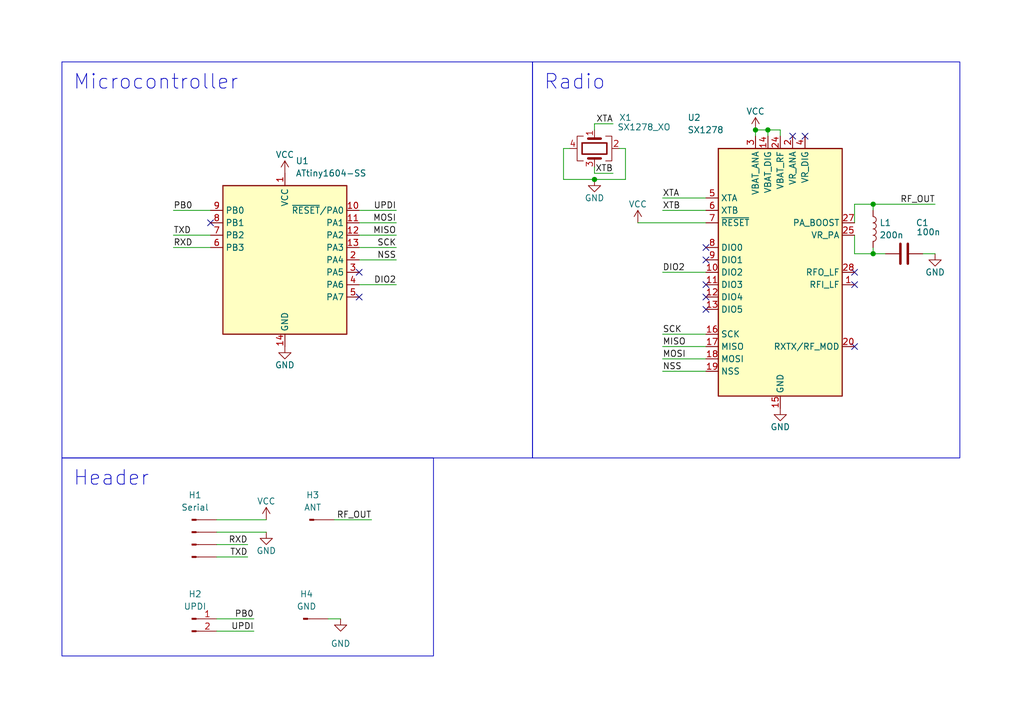
<source format=kicad_sch>
(kicad_sch (version 20230121) (generator eeschema)

  (uuid 1c0229dd-e161-4eae-8f77-051970adcad2)

  (paper "A5")

  (title_block
    (title "Minimal APRS TX")
    (date "2023-09-01")
    (rev "1.0")
    (company "DL9AS / Amon Schumann")
  )

  (lib_symbols
    (symbol "Conn_01x01_Pin_1" (pin_numbers hide) (pin_names (offset 1.016) hide) (in_bom yes) (on_board yes)
      (property "Reference" "J" (at 0 2.54 0)
        (effects (font (size 1.27 1.27)))
      )
      (property "Value" "Conn_01x01_Pin" (at 0 -2.54 0)
        (effects (font (size 1.27 1.27)))
      )
      (property "Footprint" "" (at 0 0 0)
        (effects (font (size 1.27 1.27)) hide)
      )
      (property "Datasheet" "~" (at 0 0 0)
        (effects (font (size 1.27 1.27)) hide)
      )
      (property "ki_locked" "" (at 0 0 0)
        (effects (font (size 1.27 1.27)))
      )
      (property "ki_keywords" "connector" (at 0 0 0)
        (effects (font (size 1.27 1.27)) hide)
      )
      (property "ki_description" "Generic connector, single row, 01x01, script generated" (at 0 0 0)
        (effects (font (size 1.27 1.27)) hide)
      )
      (property "ki_fp_filters" "Connector*:*_1x??_*" (at 0 0 0)
        (effects (font (size 1.27 1.27)) hide)
      )
      (symbol "Conn_01x01_Pin_1_1_1"
        (polyline
          (pts
            (xy 1.27 0)
            (xy 0.8636 0)
          )
          (stroke (width 0.1524) (type default))
          (fill (type none))
        )
        (rectangle (start 0.8636 0.127) (end 0 -0.127)
          (stroke (width 0.1524) (type default))
          (fill (type outline))
        )
        (pin passive line (at 5.08 0 180) (length 3.81)
          (name "Pin_1" (effects (font (size 1.27 1.27))))
          (number "1" (effects (font (size 1.27 1.27))))
        )
      )
    )
    (symbol "Connector:Conn_01x01_Pin" (pin_numbers hide) (pin_names (offset 1.016) hide) (in_bom yes) (on_board yes)
      (property "Reference" "J" (at 0 2.54 0)
        (effects (font (size 1.27 1.27)))
      )
      (property "Value" "Conn_01x01_Pin" (at 0 -2.54 0)
        (effects (font (size 1.27 1.27)))
      )
      (property "Footprint" "" (at 0 0 0)
        (effects (font (size 1.27 1.27)) hide)
      )
      (property "Datasheet" "~" (at 0 0 0)
        (effects (font (size 1.27 1.27)) hide)
      )
      (property "ki_locked" "" (at 0 0 0)
        (effects (font (size 1.27 1.27)))
      )
      (property "ki_keywords" "connector" (at 0 0 0)
        (effects (font (size 1.27 1.27)) hide)
      )
      (property "ki_description" "Generic connector, single row, 01x01, script generated" (at 0 0 0)
        (effects (font (size 1.27 1.27)) hide)
      )
      (property "ki_fp_filters" "Connector*:*_1x??_*" (at 0 0 0)
        (effects (font (size 1.27 1.27)) hide)
      )
      (symbol "Conn_01x01_Pin_1_1"
        (polyline
          (pts
            (xy 1.27 0)
            (xy 0.8636 0)
          )
          (stroke (width 0.1524) (type default))
          (fill (type none))
        )
        (rectangle (start 0.8636 0.127) (end 0 -0.127)
          (stroke (width 0.1524) (type default))
          (fill (type outline))
        )
        (pin passive line (at 5.08 0 180) (length 3.81)
          (name "Pin_1" (effects (font (size 1.27 1.27))))
          (number "1" (effects (font (size 1.27 1.27))))
        )
      )
    )
    (symbol "Connector:Conn_01x02_Pin" (pin_names (offset 1.016) hide) (in_bom yes) (on_board yes)
      (property "Reference" "J" (at 0 2.54 0)
        (effects (font (size 1.27 1.27)))
      )
      (property "Value" "Conn_01x02_Pin" (at 0 -5.08 0)
        (effects (font (size 1.27 1.27)))
      )
      (property "Footprint" "" (at 0 0 0)
        (effects (font (size 1.27 1.27)) hide)
      )
      (property "Datasheet" "~" (at 0 0 0)
        (effects (font (size 1.27 1.27)) hide)
      )
      (property "ki_locked" "" (at 0 0 0)
        (effects (font (size 1.27 1.27)))
      )
      (property "ki_keywords" "connector" (at 0 0 0)
        (effects (font (size 1.27 1.27)) hide)
      )
      (property "ki_description" "Generic connector, single row, 01x02, script generated" (at 0 0 0)
        (effects (font (size 1.27 1.27)) hide)
      )
      (property "ki_fp_filters" "Connector*:*_1x??_*" (at 0 0 0)
        (effects (font (size 1.27 1.27)) hide)
      )
      (symbol "Conn_01x02_Pin_1_1"
        (polyline
          (pts
            (xy 1.27 -2.54)
            (xy 0.8636 -2.54)
          )
          (stroke (width 0.1524) (type default))
          (fill (type none))
        )
        (polyline
          (pts
            (xy 1.27 0)
            (xy 0.8636 0)
          )
          (stroke (width 0.1524) (type default))
          (fill (type none))
        )
        (rectangle (start 0.8636 -2.413) (end 0 -2.667)
          (stroke (width 0.1524) (type default))
          (fill (type outline))
        )
        (rectangle (start 0.8636 0.127) (end 0 -0.127)
          (stroke (width 0.1524) (type default))
          (fill (type outline))
        )
        (pin passive line (at 5.08 0 180) (length 3.81)
          (name "Pin_1" (effects (font (size 1.27 1.27))))
          (number "1" (effects (font (size 1.27 1.27))))
        )
        (pin passive line (at 5.08 -2.54 180) (length 3.81)
          (name "Pin_2" (effects (font (size 1.27 1.27))))
          (number "2" (effects (font (size 1.27 1.27))))
        )
      )
    )
    (symbol "Connector:Conn_01x04_Pin" (pin_numbers hide) (pin_names (offset 1.016) hide) (in_bom yes) (on_board yes)
      (property "Reference" "J" (at 0 5.08 0)
        (effects (font (size 1.27 1.27)))
      )
      (property "Value" "Conn_01x04_Pin" (at 0 -7.62 0)
        (effects (font (size 1.27 1.27)))
      )
      (property "Footprint" "" (at 0 0 0)
        (effects (font (size 1.27 1.27)) hide)
      )
      (property "Datasheet" "~" (at 0 0 0)
        (effects (font (size 1.27 1.27)) hide)
      )
      (property "ki_locked" "" (at 0 0 0)
        (effects (font (size 1.27 1.27)))
      )
      (property "ki_keywords" "connector" (at 0 0 0)
        (effects (font (size 1.27 1.27)) hide)
      )
      (property "ki_description" "Generic connector, single row, 01x04, script generated" (at 0 0 0)
        (effects (font (size 1.27 1.27)) hide)
      )
      (property "ki_fp_filters" "Connector*:*_1x??_*" (at 0 0 0)
        (effects (font (size 1.27 1.27)) hide)
      )
      (symbol "Conn_01x04_Pin_1_1"
        (polyline
          (pts
            (xy 1.27 -5.08)
            (xy 0.8636 -5.08)
          )
          (stroke (width 0.1524) (type default))
          (fill (type none))
        )
        (polyline
          (pts
            (xy 1.27 -2.54)
            (xy 0.8636 -2.54)
          )
          (stroke (width 0.1524) (type default))
          (fill (type none))
        )
        (polyline
          (pts
            (xy 1.27 0)
            (xy 0.8636 0)
          )
          (stroke (width 0.1524) (type default))
          (fill (type none))
        )
        (polyline
          (pts
            (xy 1.27 2.54)
            (xy 0.8636 2.54)
          )
          (stroke (width 0.1524) (type default))
          (fill (type none))
        )
        (rectangle (start 0.8636 -4.953) (end 0 -5.207)
          (stroke (width 0.1524) (type default))
          (fill (type outline))
        )
        (rectangle (start 0.8636 -2.413) (end 0 -2.667)
          (stroke (width 0.1524) (type default))
          (fill (type outline))
        )
        (rectangle (start 0.8636 0.127) (end 0 -0.127)
          (stroke (width 0.1524) (type default))
          (fill (type outline))
        )
        (rectangle (start 0.8636 2.667) (end 0 2.413)
          (stroke (width 0.1524) (type default))
          (fill (type outline))
        )
        (pin passive line (at 5.08 2.54 180) (length 3.81)
          (name "Pin_1" (effects (font (size 1.27 1.27))))
          (number "1" (effects (font (size 1.27 1.27))))
        )
        (pin passive line (at 5.08 0 180) (length 3.81)
          (name "Pin_2" (effects (font (size 1.27 1.27))))
          (number "2" (effects (font (size 1.27 1.27))))
        )
        (pin passive line (at 5.08 -2.54 180) (length 3.81)
          (name "Pin_3" (effects (font (size 1.27 1.27))))
          (number "3" (effects (font (size 1.27 1.27))))
        )
        (pin passive line (at 5.08 -5.08 180) (length 3.81)
          (name "Pin_4" (effects (font (size 1.27 1.27))))
          (number "4" (effects (font (size 1.27 1.27))))
        )
      )
    )
    (symbol "Device:C" (pin_numbers hide) (pin_names (offset 0.254)) (in_bom yes) (on_board yes)
      (property "Reference" "C" (at 0.635 2.54 0)
        (effects (font (size 1.27 1.27)) (justify left))
      )
      (property "Value" "C" (at 0.635 -2.54 0)
        (effects (font (size 1.27 1.27)) (justify left))
      )
      (property "Footprint" "" (at 0.9652 -3.81 0)
        (effects (font (size 1.27 1.27)) hide)
      )
      (property "Datasheet" "~" (at 0 0 0)
        (effects (font (size 1.27 1.27)) hide)
      )
      (property "ki_keywords" "cap capacitor" (at 0 0 0)
        (effects (font (size 1.27 1.27)) hide)
      )
      (property "ki_description" "Unpolarized capacitor" (at 0 0 0)
        (effects (font (size 1.27 1.27)) hide)
      )
      (property "ki_fp_filters" "C_*" (at 0 0 0)
        (effects (font (size 1.27 1.27)) hide)
      )
      (symbol "C_0_1"
        (polyline
          (pts
            (xy -2.032 -0.762)
            (xy 2.032 -0.762)
          )
          (stroke (width 0.508) (type default))
          (fill (type none))
        )
        (polyline
          (pts
            (xy -2.032 0.762)
            (xy 2.032 0.762)
          )
          (stroke (width 0.508) (type default))
          (fill (type none))
        )
      )
      (symbol "C_1_1"
        (pin passive line (at 0 3.81 270) (length 2.794)
          (name "~" (effects (font (size 1.27 1.27))))
          (number "1" (effects (font (size 1.27 1.27))))
        )
        (pin passive line (at 0 -3.81 90) (length 2.794)
          (name "~" (effects (font (size 1.27 1.27))))
          (number "2" (effects (font (size 1.27 1.27))))
        )
      )
    )
    (symbol "Device:Crystal_GND24" (pin_names (offset 1.016) hide) (in_bom yes) (on_board yes)
      (property "Reference" "Y" (at 3.175 5.08 0)
        (effects (font (size 1.27 1.27)) (justify left))
      )
      (property "Value" "Crystal_GND24" (at 3.175 3.175 0)
        (effects (font (size 1.27 1.27)) (justify left))
      )
      (property "Footprint" "" (at 0 0 0)
        (effects (font (size 1.27 1.27)) hide)
      )
      (property "Datasheet" "~" (at 0 0 0)
        (effects (font (size 1.27 1.27)) hide)
      )
      (property "ki_keywords" "quartz ceramic resonator oscillator" (at 0 0 0)
        (effects (font (size 1.27 1.27)) hide)
      )
      (property "ki_description" "Four pin crystal, GND on pins 2 and 4" (at 0 0 0)
        (effects (font (size 1.27 1.27)) hide)
      )
      (property "ki_fp_filters" "Crystal*" (at 0 0 0)
        (effects (font (size 1.27 1.27)) hide)
      )
      (symbol "Crystal_GND24_0_1"
        (rectangle (start -1.143 2.54) (end 1.143 -2.54)
          (stroke (width 0.3048) (type default))
          (fill (type none))
        )
        (polyline
          (pts
            (xy -2.54 0)
            (xy -2.032 0)
          )
          (stroke (width 0) (type default))
          (fill (type none))
        )
        (polyline
          (pts
            (xy -2.032 -1.27)
            (xy -2.032 1.27)
          )
          (stroke (width 0.508) (type default))
          (fill (type none))
        )
        (polyline
          (pts
            (xy 0 -3.81)
            (xy 0 -3.556)
          )
          (stroke (width 0) (type default))
          (fill (type none))
        )
        (polyline
          (pts
            (xy 0 3.556)
            (xy 0 3.81)
          )
          (stroke (width 0) (type default))
          (fill (type none))
        )
        (polyline
          (pts
            (xy 2.032 -1.27)
            (xy 2.032 1.27)
          )
          (stroke (width 0.508) (type default))
          (fill (type none))
        )
        (polyline
          (pts
            (xy 2.032 0)
            (xy 2.54 0)
          )
          (stroke (width 0) (type default))
          (fill (type none))
        )
        (polyline
          (pts
            (xy -2.54 -2.286)
            (xy -2.54 -3.556)
            (xy 2.54 -3.556)
            (xy 2.54 -2.286)
          )
          (stroke (width 0) (type default))
          (fill (type none))
        )
        (polyline
          (pts
            (xy -2.54 2.286)
            (xy -2.54 3.556)
            (xy 2.54 3.556)
            (xy 2.54 2.286)
          )
          (stroke (width 0) (type default))
          (fill (type none))
        )
      )
      (symbol "Crystal_GND24_1_1"
        (pin passive line (at -3.81 0 0) (length 1.27)
          (name "1" (effects (font (size 1.27 1.27))))
          (number "1" (effects (font (size 1.27 1.27))))
        )
        (pin passive line (at 0 5.08 270) (length 1.27)
          (name "2" (effects (font (size 1.27 1.27))))
          (number "2" (effects (font (size 1.27 1.27))))
        )
        (pin passive line (at 3.81 0 180) (length 1.27)
          (name "3" (effects (font (size 1.27 1.27))))
          (number "3" (effects (font (size 1.27 1.27))))
        )
        (pin passive line (at 0 -5.08 90) (length 1.27)
          (name "4" (effects (font (size 1.27 1.27))))
          (number "4" (effects (font (size 1.27 1.27))))
        )
      )
    )
    (symbol "Device:L" (pin_numbers hide) (pin_names (offset 1.016) hide) (in_bom yes) (on_board yes)
      (property "Reference" "L" (at -1.27 0 90)
        (effects (font (size 1.27 1.27)))
      )
      (property "Value" "L" (at 1.905 0 90)
        (effects (font (size 1.27 1.27)))
      )
      (property "Footprint" "" (at 0 0 0)
        (effects (font (size 1.27 1.27)) hide)
      )
      (property "Datasheet" "~" (at 0 0 0)
        (effects (font (size 1.27 1.27)) hide)
      )
      (property "ki_keywords" "inductor choke coil reactor magnetic" (at 0 0 0)
        (effects (font (size 1.27 1.27)) hide)
      )
      (property "ki_description" "Inductor" (at 0 0 0)
        (effects (font (size 1.27 1.27)) hide)
      )
      (property "ki_fp_filters" "Choke_* *Coil* Inductor_* L_*" (at 0 0 0)
        (effects (font (size 1.27 1.27)) hide)
      )
      (symbol "L_0_1"
        (arc (start 0 -2.54) (mid 0.6323 -1.905) (end 0 -1.27)
          (stroke (width 0) (type default))
          (fill (type none))
        )
        (arc (start 0 -1.27) (mid 0.6323 -0.635) (end 0 0)
          (stroke (width 0) (type default))
          (fill (type none))
        )
        (arc (start 0 0) (mid 0.6323 0.635) (end 0 1.27)
          (stroke (width 0) (type default))
          (fill (type none))
        )
        (arc (start 0 1.27) (mid 0.6323 1.905) (end 0 2.54)
          (stroke (width 0) (type default))
          (fill (type none))
        )
      )
      (symbol "L_1_1"
        (pin passive line (at 0 3.81 270) (length 1.27)
          (name "1" (effects (font (size 1.27 1.27))))
          (number "1" (effects (font (size 1.27 1.27))))
        )
        (pin passive line (at 0 -3.81 90) (length 1.27)
          (name "2" (effects (font (size 1.27 1.27))))
          (number "2" (effects (font (size 1.27 1.27))))
        )
      )
    )
    (symbol "MCU_Microchip_ATtiny:ATtiny1604-SS" (in_bom yes) (on_board yes)
      (property "Reference" "U" (at -12.7 16.51 0)
        (effects (font (size 1.27 1.27)) (justify left bottom))
      )
      (property "Value" "ATtiny1604-SS" (at 2.54 -16.51 0)
        (effects (font (size 1.27 1.27)) (justify left top))
      )
      (property "Footprint" "Package_SO:SOIC-14_3.9x8.7mm_P1.27mm" (at 0 0 0)
        (effects (font (size 1.27 1.27) italic) hide)
      )
      (property "Datasheet" "http://ww1.microchip.com/downloads/en/DeviceDoc/ATtiny804_1604-Data-Sheet-40002028A.pdf" (at 0 0 0)
        (effects (font (size 1.27 1.27)) hide)
      )
      (property "ki_keywords" "AVR 8bit Microcontroller tinyAVR" (at 0 0 0)
        (effects (font (size 1.27 1.27)) hide)
      )
      (property "ki_description" "20MHz, 16kB Flash, 1kB SRAM, 256B EEPROM, SOIC-14" (at 0 0 0)
        (effects (font (size 1.27 1.27)) hide)
      )
      (property "ki_fp_filters" "SOIC*3.9x8.7mm*P1.27mm*" (at 0 0 0)
        (effects (font (size 1.27 1.27)) hide)
      )
      (symbol "ATtiny1604-SS_0_1"
        (rectangle (start -12.7 -15.24) (end 12.7 15.24)
          (stroke (width 0.254) (type default))
          (fill (type background))
        )
      )
      (symbol "ATtiny1604-SS_1_1"
        (pin power_in line (at 0 17.78 270) (length 2.54)
          (name "VCC" (effects (font (size 1.27 1.27))))
          (number "1" (effects (font (size 1.27 1.27))))
        )
        (pin bidirectional line (at 15.24 10.16 180) (length 2.54)
          (name "~{RESET}/PA0" (effects (font (size 1.27 1.27))))
          (number "10" (effects (font (size 1.27 1.27))))
        )
        (pin bidirectional line (at 15.24 7.62 180) (length 2.54)
          (name "PA1" (effects (font (size 1.27 1.27))))
          (number "11" (effects (font (size 1.27 1.27))))
        )
        (pin bidirectional line (at 15.24 5.08 180) (length 2.54)
          (name "PA2" (effects (font (size 1.27 1.27))))
          (number "12" (effects (font (size 1.27 1.27))))
        )
        (pin bidirectional line (at 15.24 2.54 180) (length 2.54)
          (name "PA3" (effects (font (size 1.27 1.27))))
          (number "13" (effects (font (size 1.27 1.27))))
        )
        (pin power_in line (at 0 -17.78 90) (length 2.54)
          (name "GND" (effects (font (size 1.27 1.27))))
          (number "14" (effects (font (size 1.27 1.27))))
        )
        (pin bidirectional line (at 15.24 0 180) (length 2.54)
          (name "PA4" (effects (font (size 1.27 1.27))))
          (number "2" (effects (font (size 1.27 1.27))))
        )
        (pin bidirectional line (at 15.24 -2.54 180) (length 2.54)
          (name "PA5" (effects (font (size 1.27 1.27))))
          (number "3" (effects (font (size 1.27 1.27))))
        )
        (pin bidirectional line (at 15.24 -5.08 180) (length 2.54)
          (name "PA6" (effects (font (size 1.27 1.27))))
          (number "4" (effects (font (size 1.27 1.27))))
        )
        (pin bidirectional line (at 15.24 -7.62 180) (length 2.54)
          (name "PA7" (effects (font (size 1.27 1.27))))
          (number "5" (effects (font (size 1.27 1.27))))
        )
        (pin bidirectional line (at -15.24 2.54 0) (length 2.54)
          (name "PB3" (effects (font (size 1.27 1.27))))
          (number "6" (effects (font (size 1.27 1.27))))
        )
        (pin bidirectional line (at -15.24 5.08 0) (length 2.54)
          (name "PB2" (effects (font (size 1.27 1.27))))
          (number "7" (effects (font (size 1.27 1.27))))
        )
        (pin bidirectional line (at -15.24 7.62 0) (length 2.54)
          (name "PB1" (effects (font (size 1.27 1.27))))
          (number "8" (effects (font (size 1.27 1.27))))
        )
        (pin bidirectional line (at -15.24 10.16 0) (length 2.54)
          (name "PB0" (effects (font (size 1.27 1.27))))
          (number "9" (effects (font (size 1.27 1.27))))
        )
      )
    )
    (symbol "RF:SX1278" (in_bom yes) (on_board yes)
      (property "Reference" "U" (at 13.97 24.13 0)
        (effects (font (size 1.27 1.27)) (justify left))
      )
      (property "Value" "SX1278" (at 13.97 21.59 0)
        (effects (font (size 1.27 1.27)) (justify left))
      )
      (property "Footprint" "Package_DFN_QFN:QFN-28-1EP_6x6mm_P0.65mm_EP4.8x4.8mm" (at 0 -7.62 0)
        (effects (font (size 1.27 1.27)) hide)
      )
      (property "Datasheet" "https://semtech.my.salesforce.com/sfc/p/#E0000000JelG/a/2R0000001Rbr/6EfVZUorrpoKFfvaF_Fkpgp5kzjiNyiAbqcpqh9qSjE" (at 0 -5.08 0)
        (effects (font (size 1.27 1.27)) hide)
      )
      (property "ki_keywords" "low-power lora transceiver" (at 0 0 0)
        (effects (font (size 1.27 1.27)) hide)
      )
      (property "ki_description" "137 MHz to 525 MHz Low Power Long Range Transceiver, spreading factor from 6 to 12, LoRA, QFN-28" (at 0 0 0)
        (effects (font (size 1.27 1.27)) hide)
      )
      (property "ki_fp_filters" "QFN*1EP*6x6mm*P0.65mm*" (at 0 0 0)
        (effects (font (size 1.27 1.27)) hide)
      )
      (symbol "SX1278_0_1"
        (rectangle (start -12.7 25.4) (end 12.7 -25.4)
          (stroke (width 0.254) (type default))
          (fill (type background))
        )
      )
      (symbol "SX1278_1_1"
        (pin input line (at 15.24 -2.54 180) (length 2.54)
          (name "RFI_LF" (effects (font (size 1.27 1.27))))
          (number "1" (effects (font (size 1.27 1.27))))
        )
        (pin bidirectional line (at -15.24 0 0) (length 2.54)
          (name "DIO2" (effects (font (size 1.27 1.27))))
          (number "10" (effects (font (size 1.27 1.27))))
        )
        (pin bidirectional line (at -15.24 -2.54 0) (length 2.54)
          (name "DIO3" (effects (font (size 1.27 1.27))))
          (number "11" (effects (font (size 1.27 1.27))))
        )
        (pin bidirectional line (at -15.24 -5.08 0) (length 2.54)
          (name "DIO4" (effects (font (size 1.27 1.27))))
          (number "12" (effects (font (size 1.27 1.27))))
        )
        (pin bidirectional line (at -15.24 -7.62 0) (length 2.54)
          (name "DIO5" (effects (font (size 1.27 1.27))))
          (number "13" (effects (font (size 1.27 1.27))))
        )
        (pin power_in line (at -2.54 27.94 270) (length 2.54)
          (name "VBAT_DIG" (effects (font (size 1.27 1.27))))
          (number "14" (effects (font (size 1.27 1.27))))
        )
        (pin power_in line (at 0 -27.94 90) (length 2.54)
          (name "GND" (effects (font (size 1.27 1.27))))
          (number "15" (effects (font (size 1.27 1.27))))
        )
        (pin input line (at -15.24 -12.7 0) (length 2.54)
          (name "SCK" (effects (font (size 1.27 1.27))))
          (number "16" (effects (font (size 1.27 1.27))))
        )
        (pin output line (at -15.24 -15.24 0) (length 2.54)
          (name "MISO" (effects (font (size 1.27 1.27))))
          (number "17" (effects (font (size 1.27 1.27))))
        )
        (pin input line (at -15.24 -17.78 0) (length 2.54)
          (name "MOSI" (effects (font (size 1.27 1.27))))
          (number "18" (effects (font (size 1.27 1.27))))
        )
        (pin input line (at -15.24 -20.32 0) (length 2.54)
          (name "NSS" (effects (font (size 1.27 1.27))))
          (number "19" (effects (font (size 1.27 1.27))))
        )
        (pin power_in line (at 2.54 27.94 270) (length 2.54)
          (name "VR_ANA" (effects (font (size 1.27 1.27))))
          (number "2" (effects (font (size 1.27 1.27))))
        )
        (pin output line (at 15.24 -15.24 180) (length 2.54)
          (name "RXTX/RF_MOD" (effects (font (size 1.27 1.27))))
          (number "20" (effects (font (size 1.27 1.27))))
        )
        (pin passive line (at 0 -27.94 90) (length 2.54) hide
          (name "GND" (effects (font (size 1.27 1.27))))
          (number "21" (effects (font (size 1.27 1.27))))
        )
        (pin passive line (at 0 -27.94 90) (length 2.54) hide
          (name "GND" (effects (font (size 1.27 1.27))))
          (number "22" (effects (font (size 1.27 1.27))))
        )
        (pin passive line (at 0 -27.94 90) (length 2.54) hide
          (name "GND" (effects (font (size 1.27 1.27))))
          (number "23" (effects (font (size 1.27 1.27))))
        )
        (pin power_in line (at 0 27.94 270) (length 2.54)
          (name "VBAT_RF" (effects (font (size 1.27 1.27))))
          (number "24" (effects (font (size 1.27 1.27))))
        )
        (pin power_out line (at 15.24 7.62 180) (length 2.54)
          (name "VR_PA" (effects (font (size 1.27 1.27))))
          (number "25" (effects (font (size 1.27 1.27))))
        )
        (pin passive line (at 0 -27.94 90) (length 2.54) hide
          (name "GND" (effects (font (size 1.27 1.27))))
          (number "26" (effects (font (size 1.27 1.27))))
        )
        (pin power_out line (at 15.24 10.16 180) (length 2.54)
          (name "PA_BOOST" (effects (font (size 1.27 1.27))))
          (number "27" (effects (font (size 1.27 1.27))))
        )
        (pin output line (at 15.24 0 180) (length 2.54)
          (name "RFO_LF" (effects (font (size 1.27 1.27))))
          (number "28" (effects (font (size 1.27 1.27))))
        )
        (pin passive line (at 0 -27.94 90) (length 2.54) hide
          (name "GND" (effects (font (size 1.27 1.27))))
          (number "29" (effects (font (size 1.27 1.27))))
        )
        (pin power_in line (at -5.08 27.94 270) (length 2.54)
          (name "VBAT_ANA" (effects (font (size 1.27 1.27))))
          (number "3" (effects (font (size 1.27 1.27))))
        )
        (pin power_in line (at 5.08 27.94 270) (length 2.54)
          (name "VR_DIG" (effects (font (size 1.27 1.27))))
          (number "4" (effects (font (size 1.27 1.27))))
        )
        (pin bidirectional line (at -15.24 15.24 0) (length 2.54)
          (name "XTA" (effects (font (size 1.27 1.27))))
          (number "5" (effects (font (size 1.27 1.27))))
        )
        (pin bidirectional line (at -15.24 12.7 0) (length 2.54)
          (name "XTB" (effects (font (size 1.27 1.27))))
          (number "6" (effects (font (size 1.27 1.27))))
        )
        (pin input line (at -15.24 10.16 0) (length 2.54)
          (name "~{RESET}" (effects (font (size 1.27 1.27))))
          (number "7" (effects (font (size 1.27 1.27))))
        )
        (pin bidirectional line (at -15.24 5.08 0) (length 2.54)
          (name "DIO0" (effects (font (size 1.27 1.27))))
          (number "8" (effects (font (size 1.27 1.27))))
        )
        (pin bidirectional line (at -15.24 2.54 0) (length 2.54)
          (name "DIO1" (effects (font (size 1.27 1.27))))
          (number "9" (effects (font (size 1.27 1.27))))
        )
      )
    )
    (symbol "power:GND" (power) (pin_names (offset 0)) (in_bom yes) (on_board yes)
      (property "Reference" "#PWR" (at 0 -6.35 0)
        (effects (font (size 1.27 1.27)) hide)
      )
      (property "Value" "GND" (at 0 -3.81 0)
        (effects (font (size 1.27 1.27)))
      )
      (property "Footprint" "" (at 0 0 0)
        (effects (font (size 1.27 1.27)) hide)
      )
      (property "Datasheet" "" (at 0 0 0)
        (effects (font (size 1.27 1.27)) hide)
      )
      (property "ki_keywords" "global power" (at 0 0 0)
        (effects (font (size 1.27 1.27)) hide)
      )
      (property "ki_description" "Power symbol creates a global label with name \"GND\" , ground" (at 0 0 0)
        (effects (font (size 1.27 1.27)) hide)
      )
      (symbol "GND_0_1"
        (polyline
          (pts
            (xy 0 0)
            (xy 0 -1.27)
            (xy 1.27 -1.27)
            (xy 0 -2.54)
            (xy -1.27 -1.27)
            (xy 0 -1.27)
          )
          (stroke (width 0) (type default))
          (fill (type none))
        )
      )
      (symbol "GND_1_1"
        (pin power_in line (at 0 0 270) (length 0) hide
          (name "GND" (effects (font (size 1.27 1.27))))
          (number "1" (effects (font (size 1.27 1.27))))
        )
      )
    )
    (symbol "power:VCC" (power) (pin_names (offset 0)) (in_bom yes) (on_board yes)
      (property "Reference" "#PWR" (at 0 -3.81 0)
        (effects (font (size 1.27 1.27)) hide)
      )
      (property "Value" "VCC" (at 0 3.81 0)
        (effects (font (size 1.27 1.27)))
      )
      (property "Footprint" "" (at 0 0 0)
        (effects (font (size 1.27 1.27)) hide)
      )
      (property "Datasheet" "" (at 0 0 0)
        (effects (font (size 1.27 1.27)) hide)
      )
      (property "ki_keywords" "global power" (at 0 0 0)
        (effects (font (size 1.27 1.27)) hide)
      )
      (property "ki_description" "Power symbol creates a global label with name \"VCC\"" (at 0 0 0)
        (effects (font (size 1.27 1.27)) hide)
      )
      (symbol "VCC_0_1"
        (polyline
          (pts
            (xy -0.762 1.27)
            (xy 0 2.54)
          )
          (stroke (width 0) (type default))
          (fill (type none))
        )
        (polyline
          (pts
            (xy 0 0)
            (xy 0 2.54)
          )
          (stroke (width 0) (type default))
          (fill (type none))
        )
        (polyline
          (pts
            (xy 0 2.54)
            (xy 0.762 1.27)
          )
          (stroke (width 0) (type default))
          (fill (type none))
        )
      )
      (symbol "VCC_1_1"
        (pin power_in line (at 0 0 90) (length 0) hide
          (name "VCC" (effects (font (size 1.27 1.27))))
          (number "1" (effects (font (size 1.27 1.27))))
        )
      )
    )
  )

  (junction (at 179.07 52.07) (diameter 0) (color 0 0 0 0)
    (uuid 1809320f-1fc4-4348-89ca-2e49d9701c3b)
  )
  (junction (at 154.94 26.67) (diameter 0) (color 0 0 0 0)
    (uuid 8947dbb8-f4d3-49ec-9dfd-6c0955b1bc5d)
  )
  (junction (at 121.92 36.83) (diameter 0) (color 0 0 0 0)
    (uuid 8b3e1fe2-0501-4ea0-82e7-0d5139fe6730)
  )
  (junction (at 179.07 41.91) (diameter 0) (color 0 0 0 0)
    (uuid a01ff1fc-471b-4894-bc57-0e9415f04dcf)
  )
  (junction (at 157.48 26.67) (diameter 0) (color 0 0 0 0)
    (uuid a71c7474-515b-4f09-923b-8a800e80c580)
  )

  (no_connect (at 162.56 27.94) (uuid 04ee4a55-1afc-42bd-8f44-6b58e2687b7b))
  (no_connect (at 73.66 60.96) (uuid 0a5bb5c4-4954-485e-90ad-564242122e60))
  (no_connect (at 43.18 45.72) (uuid 6c7168a6-951e-4053-87cd-a7cfcc48fc15))
  (no_connect (at 144.78 50.8) (uuid 6d0a393a-9efa-49e8-b5a9-45b371af2863))
  (no_connect (at 175.26 55.88) (uuid 7d8014ea-d857-49a4-a137-d464796089c5))
  (no_connect (at 144.78 53.34) (uuid 80117519-c685-4454-b8c4-2a36ea4c2c26))
  (no_connect (at 73.66 55.88) (uuid 9ce5b63a-cbac-47e9-979c-485703fc5465))
  (no_connect (at 144.78 60.96) (uuid 9eabf579-185d-4119-a29b-517225e6e367))
  (no_connect (at 165.1 27.94) (uuid b156d1f1-f09a-4264-9894-983ed6e5ddaf))
  (no_connect (at 144.78 58.42) (uuid b4d800c8-bd46-4cd6-9e39-d909aa4a8efa))
  (no_connect (at 175.26 71.12) (uuid c99ca926-c8dd-4c30-9e43-8cfeea2b5afd))
  (no_connect (at 144.78 63.5) (uuid db9b1a5a-6cef-408c-a3fc-3ea712e18bd0))
  (no_connect (at 175.26 58.42) (uuid fd7d0825-b47a-4e38-9616-324e7e3d57c4))

  (wire (pts (xy 160.02 26.67) (xy 160.02 27.94))
    (stroke (width 0) (type default))
    (uuid 0bc285b1-0db9-4610-9d20-439b16ef9943)
  )
  (wire (pts (xy 35.56 50.8) (xy 43.18 50.8))
    (stroke (width 0) (type default))
    (uuid 115582d6-b8ca-4a50-9e54-84ab05949112)
  )
  (wire (pts (xy 35.56 43.18) (xy 43.18 43.18))
    (stroke (width 0) (type default))
    (uuid 120599b3-ccc7-44fa-9db6-845dfe679dad)
  )
  (wire (pts (xy 81.28 58.42) (xy 73.66 58.42))
    (stroke (width 0) (type default))
    (uuid 1931a061-64b2-439a-b066-ea2c92353aa7)
  )
  (wire (pts (xy 157.48 27.94) (xy 157.48 26.67))
    (stroke (width 0) (type default))
    (uuid 1f9a9d00-d52f-4b61-b1ac-c049d3ce21c4)
  )
  (wire (pts (xy 81.28 48.26) (xy 73.66 48.26))
    (stroke (width 0) (type default))
    (uuid 2210828c-9af6-45bb-98af-917d0a9d868e)
  )
  (wire (pts (xy 128.27 30.48) (xy 127 30.48))
    (stroke (width 0) (type default))
    (uuid 2752f22a-1e26-4509-8216-63bd6fcedd9a)
  )
  (wire (pts (xy 175.26 41.91) (xy 175.26 45.72))
    (stroke (width 0) (type default))
    (uuid 2d255184-f8cc-4672-a8b3-53c625a70479)
  )
  (wire (pts (xy 76.2 106.68) (xy 68.58 106.68))
    (stroke (width 0) (type default))
    (uuid 2d695214-f4be-4601-9659-c470245923b4)
  )
  (wire (pts (xy 135.89 71.12) (xy 144.78 71.12))
    (stroke (width 0) (type default))
    (uuid 31c74930-2188-4de2-83e8-0c969204e494)
  )
  (wire (pts (xy 135.89 73.66) (xy 144.78 73.66))
    (stroke (width 0) (type default))
    (uuid 3d030968-33a9-4245-9a3e-f0e2b5ca0429)
  )
  (wire (pts (xy 115.57 36.83) (xy 121.92 36.83))
    (stroke (width 0) (type default))
    (uuid 3e205244-1f5e-4e08-bc07-336d9572b227)
  )
  (wire (pts (xy 135.89 76.2) (xy 144.78 76.2))
    (stroke (width 0) (type default))
    (uuid 40a573a0-1e0c-45da-9e1b-678b00995ec4)
  )
  (wire (pts (xy 179.07 52.07) (xy 181.61 52.07))
    (stroke (width 0) (type default))
    (uuid 57040de8-91b9-4016-a5a5-62440ae5c3b7)
  )
  (wire (pts (xy 179.07 41.91) (xy 179.07 43.18))
    (stroke (width 0) (type default))
    (uuid 59831cb7-c3b3-44c0-b75e-ac141d3c07dd)
  )
  (wire (pts (xy 135.89 43.18) (xy 144.78 43.18))
    (stroke (width 0) (type default))
    (uuid 60e392f3-1584-425a-aef8-ea6fd4e71d68)
  )
  (wire (pts (xy 135.89 40.64) (xy 144.78 40.64))
    (stroke (width 0) (type default))
    (uuid 6b417e08-28a2-4824-b7aa-2d4eb48dc71a)
  )
  (wire (pts (xy 115.57 30.48) (xy 115.57 36.83))
    (stroke (width 0) (type default))
    (uuid 6c7bdfd2-b92a-4ae8-9a38-2e3f79e9d4d6)
  )
  (wire (pts (xy 81.28 45.72) (xy 73.66 45.72))
    (stroke (width 0) (type default))
    (uuid 6db065c2-2a4f-499f-9914-c2e3f8e5d4c3)
  )
  (wire (pts (xy 157.48 26.67) (xy 160.02 26.67))
    (stroke (width 0) (type default))
    (uuid 7738e327-8093-418e-afba-a5a261eb2aae)
  )
  (wire (pts (xy 125.73 35.56) (xy 121.92 35.56))
    (stroke (width 0) (type default))
    (uuid 7d410c29-2d2e-4a2a-8cd4-34107d306dd7)
  )
  (wire (pts (xy 121.92 25.4) (xy 121.92 26.67))
    (stroke (width 0) (type default))
    (uuid 804712ea-7ab1-4ad9-894b-c2497b2a2a71)
  )
  (wire (pts (xy 154.94 26.67) (xy 154.94 27.94))
    (stroke (width 0) (type default))
    (uuid 808e9b57-87a5-43a1-992a-c591866611fd)
  )
  (wire (pts (xy 121.92 35.56) (xy 121.92 34.29))
    (stroke (width 0) (type default))
    (uuid 80fc0304-943f-4ae1-94b8-695f4bf1adb8)
  )
  (wire (pts (xy 81.28 50.8) (xy 73.66 50.8))
    (stroke (width 0) (type default))
    (uuid 92fd7aaf-54a7-4cee-baa5-67a0f398055e)
  )
  (wire (pts (xy 135.89 68.58) (xy 144.78 68.58))
    (stroke (width 0) (type default))
    (uuid 963040d6-98ed-4487-a3b2-f872efb7e109)
  )
  (wire (pts (xy 54.61 109.22) (xy 44.45 109.22))
    (stroke (width 0) (type default))
    (uuid 99ee8d1a-ff6c-4e24-b692-e24058855522)
  )
  (wire (pts (xy 50.8 114.3) (xy 44.45 114.3))
    (stroke (width 0) (type default))
    (uuid 9e70d24f-8e40-4566-a8f9-31be1c1ffc92)
  )
  (wire (pts (xy 44.45 106.68) (xy 54.61 106.68))
    (stroke (width 0) (type default))
    (uuid a06a8cb3-0687-45da-a5bf-6cc2331932aa)
  )
  (wire (pts (xy 175.26 41.91) (xy 179.07 41.91))
    (stroke (width 0) (type default))
    (uuid b0f99d27-4bb7-42c0-91eb-df712cae3ceb)
  )
  (wire (pts (xy 35.56 48.26) (xy 43.18 48.26))
    (stroke (width 0) (type default))
    (uuid b4e1db25-b875-4b28-b7a7-330ce3932a81)
  )
  (wire (pts (xy 179.07 41.91) (xy 191.77 41.91))
    (stroke (width 0) (type default))
    (uuid b81f00b0-8d91-49c4-ac12-879d1476d3a2)
  )
  (wire (pts (xy 135.89 55.88) (xy 144.78 55.88))
    (stroke (width 0) (type default))
    (uuid b8ba014e-5f4f-4d4f-a2bd-d220974dd189)
  )
  (wire (pts (xy 81.28 43.18) (xy 73.66 43.18))
    (stroke (width 0) (type default))
    (uuid bce01556-9199-4b54-bcd3-e9aef137fd6a)
  )
  (wire (pts (xy 52.07 127) (xy 44.45 127))
    (stroke (width 0) (type default))
    (uuid c497af75-6d55-4f09-853e-c07da4c645ab)
  )
  (wire (pts (xy 52.07 129.54) (xy 44.45 129.54))
    (stroke (width 0) (type default))
    (uuid cb549323-0429-4fdd-8125-52c2218a2cd8)
  )
  (wire (pts (xy 67.31 127) (xy 69.85 127))
    (stroke (width 0) (type default))
    (uuid cc635dca-b53b-4a39-910b-f9acb82e0ade)
  )
  (wire (pts (xy 154.94 26.67) (xy 157.48 26.67))
    (stroke (width 0) (type default))
    (uuid cfd75369-fba6-40ba-9405-26395615391e)
  )
  (wire (pts (xy 125.73 25.4) (xy 121.92 25.4))
    (stroke (width 0) (type default))
    (uuid d0936388-f51b-44df-b32c-91413b4c6072)
  )
  (wire (pts (xy 189.23 52.07) (xy 191.77 52.07))
    (stroke (width 0) (type default))
    (uuid d29a41f5-fb4c-4cce-9875-377ad8e4159e)
  )
  (wire (pts (xy 81.28 53.34) (xy 73.66 53.34))
    (stroke (width 0) (type default))
    (uuid db6c971b-087a-45aa-aa3a-182835b05f1a)
  )
  (wire (pts (xy 128.27 30.48) (xy 128.27 36.83))
    (stroke (width 0) (type default))
    (uuid dbb3f8ea-5049-4ec2-9493-9c12b8e1b71c)
  )
  (wire (pts (xy 130.81 45.72) (xy 144.78 45.72))
    (stroke (width 0) (type default))
    (uuid e501f2df-8f47-465d-b8ee-53545a1a904e)
  )
  (wire (pts (xy 115.57 30.48) (xy 116.84 30.48))
    (stroke (width 0) (type default))
    (uuid e545eb89-89cb-4880-b9db-dabe13528ca9)
  )
  (wire (pts (xy 50.8 111.76) (xy 44.45 111.76))
    (stroke (width 0) (type default))
    (uuid e91adc45-2abc-4397-b12c-1d0645e6fe0d)
  )
  (wire (pts (xy 179.07 50.8) (xy 179.07 52.07))
    (stroke (width 0) (type default))
    (uuid eb65cf91-253f-4bc9-8d66-8eed4cb51ab8)
  )
  (wire (pts (xy 128.27 36.83) (xy 121.92 36.83))
    (stroke (width 0) (type default))
    (uuid f959a89a-5b78-4315-a0b5-e0e0778ded39)
  )
  (wire (pts (xy 175.26 52.07) (xy 179.07 52.07))
    (stroke (width 0) (type default))
    (uuid fc639494-9ddf-45df-a368-919a5bc81bad)
  )
  (wire (pts (xy 175.26 48.26) (xy 175.26 52.07))
    (stroke (width 0) (type default))
    (uuid ffa0b17a-d09b-42bf-b74f-81600878867a)
  )

  (text_box "Microcontroller"
    (at 12.7 12.7 0) (size 96.52 81.28)
    (stroke (width 0) (type default))
    (fill (type none))
    (effects (font (size 3 3)) (justify left top))
    (uuid 20334bfd-f666-4fa8-b536-291b24aa8159)
  )
  (text_box "Radio"
    (at 109.22 12.7 0) (size 87.63 81.28)
    (stroke (width 0) (type default))
    (fill (type none))
    (effects (font (size 3 3)) (justify left top))
    (uuid d1d42fa3-b680-4ac5-818c-d64525c5f639)
  )
  (text_box "Header"
    (at 12.7 93.98 0) (size 76.2 40.64)
    (stroke (width 0) (type default))
    (fill (type none))
    (effects (font (size 3 3)) (justify left top))
    (uuid e88ed9ec-7e0e-465b-93b4-8358b1ec8bf8)
  )

  (label "MOSI" (at 135.89 73.66 0) (fields_autoplaced)
    (effects (font (size 1.27 1.27)) (justify left bottom))
    (uuid 035e31be-afb1-4225-8967-a5a3b09b4b1b)
  )
  (label "RF_OUT" (at 191.77 41.91 180) (fields_autoplaced)
    (effects (font (size 1.27 1.27)) (justify right bottom))
    (uuid 09e2e287-d90b-4114-a327-573b43049b2b)
  )
  (label "DIO2" (at 81.28 58.42 180) (fields_autoplaced)
    (effects (font (size 1.27 1.27)) (justify right bottom))
    (uuid 139a83eb-2957-4dc5-9ce6-a2253bacde33)
  )
  (label "MOSI" (at 81.28 45.72 180) (fields_autoplaced)
    (effects (font (size 1.27 1.27)) (justify right bottom))
    (uuid 29da3e52-aa8b-436c-beb1-6114d80123d9)
  )
  (label "PB0" (at 52.07 127 180) (fields_autoplaced)
    (effects (font (size 1.27 1.27)) (justify right bottom))
    (uuid 2b0f11f9-9a6f-495c-8486-6e0ed5e3e00f)
  )
  (label "RXD" (at 35.56 50.8 0) (fields_autoplaced)
    (effects (font (size 1.27 1.27)) (justify left bottom))
    (uuid 33b5b7ae-a61e-4463-b5d5-248a597c6ab9)
  )
  (label "MISO" (at 135.89 71.12 0) (fields_autoplaced)
    (effects (font (size 1.27 1.27)) (justify left bottom))
    (uuid 4c29e921-5f43-4873-8e8a-d11a46d2df4b)
  )
  (label "MISO" (at 81.28 48.26 180) (fields_autoplaced)
    (effects (font (size 1.27 1.27)) (justify right bottom))
    (uuid 4f485604-ee6f-46ab-bcc9-fd6a5642716b)
  )
  (label "XTB" (at 135.89 43.18 0) (fields_autoplaced)
    (effects (font (size 1.27 1.27)) (justify left bottom))
    (uuid 5240390b-fd22-43e1-aa50-d333fc643eb2)
  )
  (label "NSS" (at 81.28 53.34 180) (fields_autoplaced)
    (effects (font (size 1.27 1.27)) (justify right bottom))
    (uuid 52bc66a6-836b-41af-a2c3-7f0fbaf52047)
  )
  (label "UPDI" (at 81.28 43.18 180) (fields_autoplaced)
    (effects (font (size 1.27 1.27)) (justify right bottom))
    (uuid 58850b19-4095-49a6-8c26-361b0fe21bbe)
  )
  (label "SCK" (at 135.89 68.58 0) (fields_autoplaced)
    (effects (font (size 1.27 1.27)) (justify left bottom))
    (uuid 677875c9-9572-401f-a233-34e1a05173cf)
  )
  (label "NSS" (at 135.89 76.2 0) (fields_autoplaced)
    (effects (font (size 1.27 1.27)) (justify left bottom))
    (uuid 7372f090-00ec-4ed3-a316-3896d79cc1c8)
  )
  (label "TXD" (at 50.8 114.3 180) (fields_autoplaced)
    (effects (font (size 1.27 1.27)) (justify right bottom))
    (uuid 7573504b-4402-499b-914a-be046fed6f0c)
  )
  (label "RXD" (at 50.8 111.76 180) (fields_autoplaced)
    (effects (font (size 1.27 1.27)) (justify right bottom))
    (uuid 820becf0-1f81-4ab3-92b3-d3f6c932cb74)
  )
  (label "SCK" (at 81.28 50.8 180) (fields_autoplaced)
    (effects (font (size 1.27 1.27)) (justify right bottom))
    (uuid 85c3838d-bf28-453c-a140-9ee40c477de6)
  )
  (label "UPDI" (at 52.07 129.54 180) (fields_autoplaced)
    (effects (font (size 1.27 1.27)) (justify right bottom))
    (uuid 8f34011a-84e8-4bdf-96cf-810973b9cbb8)
  )
  (label "DIO2" (at 135.89 55.88 0) (fields_autoplaced)
    (effects (font (size 1.27 1.27)) (justify left bottom))
    (uuid b431d421-7d34-4953-bae8-79e28124580b)
  )
  (label "RF_OUT" (at 76.2 106.68 180) (fields_autoplaced)
    (effects (font (size 1.27 1.27)) (justify right bottom))
    (uuid b97418a1-0803-41af-8baa-962344dd58cb)
  )
  (label "XTA" (at 125.73 25.4 180) (fields_autoplaced)
    (effects (font (size 1.27 1.27)) (justify right bottom))
    (uuid cbdf11d2-b99b-4fc3-bfaf-4f1966a57c16)
  )
  (label "PB0" (at 35.56 43.18 0) (fields_autoplaced)
    (effects (font (size 1.27 1.27)) (justify left bottom))
    (uuid d399ca48-8420-48aa-ad2e-5dd3dfff0d3c)
  )
  (label "XTA" (at 135.89 40.64 0) (fields_autoplaced)
    (effects (font (size 1.27 1.27)) (justify left bottom))
    (uuid d53d2219-2e52-4110-bdd2-57ff25e607d7)
  )
  (label "TXD" (at 35.56 48.26 0) (fields_autoplaced)
    (effects (font (size 1.27 1.27)) (justify left bottom))
    (uuid ec004726-c141-45f5-b225-36dcede70cbc)
  )
  (label "XTB" (at 125.73 35.56 180) (fields_autoplaced)
    (effects (font (size 1.27 1.27)) (justify right bottom))
    (uuid fb8b5533-6d35-4ebd-93df-d261590ca484)
  )

  (symbol (lib_id "power:VCC") (at 154.94 26.67 0) (unit 1)
    (in_bom yes) (on_board yes) (dnp no)
    (uuid 055158f3-4aed-4d98-b106-57d9b92d9110)
    (property "Reference" "#PWR04" (at 154.94 30.48 0)
      (effects (font (size 1.27 1.27)) hide)
    )
    (property "Value" "VCC" (at 154.94 22.86 0)
      (effects (font (size 1.27 1.27)))
    )
    (property "Footprint" "" (at 154.94 26.67 0)
      (effects (font (size 1.27 1.27)) hide)
    )
    (property "Datasheet" "" (at 154.94 26.67 0)
      (effects (font (size 1.27 1.27)) hide)
    )
    (pin "1" (uuid 56f3fbfa-1897-418f-8df2-7410d494abb2))
    (instances
      (project "Minimal-APRS-TX"
        (path "/1c0229dd-e161-4eae-8f77-051970adcad2"
          (reference "#PWR04") (unit 1)
        )
      )
    )
  )

  (symbol (lib_id "Connector:Conn_01x02_Pin") (at 39.37 127 0) (unit 1)
    (in_bom yes) (on_board yes) (dnp no) (fields_autoplaced)
    (uuid 0d43a04e-b65b-487f-87f3-5be2fca46d42)
    (property "Reference" "H2" (at 40.005 121.92 0)
      (effects (font (size 1.27 1.27)))
    )
    (property "Value" "UPDI" (at 40.005 124.46 0)
      (effects (font (size 1.27 1.27)))
    )
    (property "Footprint" "My_Library:My_PinHeader_2" (at 39.37 127 0)
      (effects (font (size 1.27 1.27)) hide)
    )
    (property "Datasheet" "~" (at 39.37 127 0)
      (effects (font (size 1.27 1.27)) hide)
    )
    (pin "1" (uuid 305be71e-d3c9-4799-a1d5-69ff50c29d2b))
    (pin "2" (uuid 45706100-5e59-4071-921b-46cb7a9d4d96))
    (instances
      (project "Minimal-APRS-TX"
        (path "/1c0229dd-e161-4eae-8f77-051970adcad2"
          (reference "H2") (unit 1)
        )
      )
    )
  )

  (symbol (lib_id "Connector:Conn_01x01_Pin") (at 62.23 127 0) (unit 1)
    (in_bom yes) (on_board yes) (dnp no) (fields_autoplaced)
    (uuid 221860a0-c992-4539-ba14-8ad9b216816c)
    (property "Reference" "H4" (at 62.865 121.92 0)
      (effects (font (size 1.27 1.27)))
    )
    (property "Value" "GND" (at 62.865 124.46 0)
      (effects (font (size 1.27 1.27)))
    )
    (property "Footprint" "My_Library:My_ANT_Pad" (at 62.23 127 0)
      (effects (font (size 1.27 1.27)) hide)
    )
    (property "Datasheet" "~" (at 62.23 127 0)
      (effects (font (size 1.27 1.27)) hide)
    )
    (pin "1" (uuid b5367b1f-a332-4571-91ba-b6f03974540c))
    (instances
      (project "Minimal-APRS-TX"
        (path "/1c0229dd-e161-4eae-8f77-051970adcad2"
          (reference "H4") (unit 1)
        )
      )
    )
  )

  (symbol (lib_id "power:VCC") (at 58.42 35.56 0) (unit 1)
    (in_bom yes) (on_board yes) (dnp no)
    (uuid 33216384-73ef-420c-a322-007fcf394e30)
    (property "Reference" "#PWR08" (at 58.42 39.37 0)
      (effects (font (size 1.27 1.27)) hide)
    )
    (property "Value" "VCC" (at 58.42 31.75 0)
      (effects (font (size 1.27 1.27)))
    )
    (property "Footprint" "" (at 58.42 35.56 0)
      (effects (font (size 1.27 1.27)) hide)
    )
    (property "Datasheet" "" (at 58.42 35.56 0)
      (effects (font (size 1.27 1.27)) hide)
    )
    (pin "1" (uuid 8522a0a4-7b3a-4587-87f9-90e9c74677ec))
    (instances
      (project "Minimal-APRS-TX"
        (path "/1c0229dd-e161-4eae-8f77-051970adcad2"
          (reference "#PWR08") (unit 1)
        )
      )
    )
  )

  (symbol (lib_id "Device:L") (at 179.07 46.99 0) (unit 1)
    (in_bom yes) (on_board yes) (dnp no) (fields_autoplaced)
    (uuid 471770e3-7e38-4281-9e74-7fc146aaecbe)
    (property "Reference" "L1" (at 180.34 45.72 0)
      (effects (font (size 1.27 1.27)) (justify left))
    )
    (property "Value" "200n" (at 180.34 48.26 0)
      (effects (font (size 1.27 1.27)) (justify left))
    )
    (property "Footprint" "Inductor_SMD:L_0201_0603Metric" (at 179.07 46.99 0)
      (effects (font (size 1.27 1.27)) hide)
    )
    (property "Datasheet" "~" (at 179.07 46.99 0)
      (effects (font (size 1.27 1.27)) hide)
    )
    (pin "1" (uuid 19f69629-434f-4a5c-955a-6d8d43ebbfbc))
    (pin "2" (uuid e1384866-a0a0-43fb-9d3b-e35efcd4f8ac))
    (instances
      (project "Minimal-APRS-TX"
        (path "/1c0229dd-e161-4eae-8f77-051970adcad2"
          (reference "L1") (unit 1)
        )
      )
    )
  )

  (symbol (lib_id "power:VCC") (at 54.61 106.68 0) (unit 1)
    (in_bom yes) (on_board yes) (dnp no)
    (uuid 4925cf2d-5d9a-404c-95e9-6f36fe0a2869)
    (property "Reference" "#PWR07" (at 54.61 110.49 0)
      (effects (font (size 1.27 1.27)) hide)
    )
    (property "Value" "VCC" (at 54.61 102.87 0)
      (effects (font (size 1.27 1.27)))
    )
    (property "Footprint" "" (at 54.61 106.68 0)
      (effects (font (size 1.27 1.27)) hide)
    )
    (property "Datasheet" "" (at 54.61 106.68 0)
      (effects (font (size 1.27 1.27)) hide)
    )
    (pin "1" (uuid 5e7c2d79-822f-4172-a92f-969ff982d17e))
    (instances
      (project "Minimal-APRS-TX"
        (path "/1c0229dd-e161-4eae-8f77-051970adcad2"
          (reference "#PWR07") (unit 1)
        )
      )
    )
  )

  (symbol (lib_id "Connector:Conn_01x04_Pin") (at 39.37 109.22 0) (unit 1)
    (in_bom yes) (on_board yes) (dnp no) (fields_autoplaced)
    (uuid 5203ae29-07d5-4728-b573-2b6800b5334d)
    (property "Reference" "H1" (at 40.005 101.6 0)
      (effects (font (size 1.27 1.27)))
    )
    (property "Value" "Serial" (at 40.005 104.14 0)
      (effects (font (size 1.27 1.27)))
    )
    (property "Footprint" "My_Library:My_PinHeader_4" (at 39.37 109.22 0)
      (effects (font (size 1.27 1.27)) hide)
    )
    (property "Datasheet" "~" (at 39.37 109.22 0)
      (effects (font (size 1.27 1.27)) hide)
    )
    (pin "1" (uuid 31e3fad4-db01-457e-8982-bb83ca397d18))
    (pin "2" (uuid 751d7c01-6a62-440b-aa0c-921d36013d55))
    (pin "3" (uuid 0ecc2dd2-f683-4321-9ed7-f99f028c8a6d))
    (pin "4" (uuid 14aefd0c-c82c-475d-9139-7ad80f77eac7))
    (instances
      (project "Minimal-APRS-TX"
        (path "/1c0229dd-e161-4eae-8f77-051970adcad2"
          (reference "H1") (unit 1)
        )
      )
    )
  )

  (symbol (lib_id "MCU_Microchip_ATtiny:ATtiny1604-SS") (at 58.42 53.34 0) (unit 1)
    (in_bom yes) (on_board yes) (dnp no) (fields_autoplaced)
    (uuid 6782b3db-d3ad-46f1-b0dd-9b230e73a22a)
    (property "Reference" "U1" (at 60.6141 33.02 0)
      (effects (font (size 1.27 1.27)) (justify left))
    )
    (property "Value" "ATtiny1604-SS" (at 60.6141 35.56 0)
      (effects (font (size 1.27 1.27)) (justify left))
    )
    (property "Footprint" "Package_SO:SOIC-14_3.9x8.7mm_P1.27mm" (at 58.42 53.34 0)
      (effects (font (size 1.27 1.27) italic) hide)
    )
    (property "Datasheet" "http://ww1.microchip.com/downloads/en/DeviceDoc/ATtiny804_1604-Data-Sheet-40002028A.pdf" (at 58.42 53.34 0)
      (effects (font (size 1.27 1.27)) hide)
    )
    (pin "1" (uuid d553857a-97ec-499d-9208-dcc3f9c259eb))
    (pin "10" (uuid 244d3c29-01b8-443e-ac94-2a299b81d239))
    (pin "11" (uuid 226b0699-0f18-4f31-aef3-6a85b72b4101))
    (pin "12" (uuid ec78a90c-5105-4cc8-abff-65e8cf174e22))
    (pin "13" (uuid 12e3d57b-332c-47bc-a08a-aeb3a35d9073))
    (pin "14" (uuid 3c54a301-6603-4856-9e67-faaa521cac9a))
    (pin "2" (uuid 1f299389-11ce-42f7-9736-ddcaaada15ce))
    (pin "3" (uuid 827106f8-91f8-4de6-b06d-3000c37478a1))
    (pin "4" (uuid 7a86bb71-8da8-4b66-82eb-f5f0befe88d3))
    (pin "5" (uuid 8fcc8154-0114-46f5-a9b7-cf2fe71d0f64))
    (pin "6" (uuid 74a1a005-3b74-4f49-9c20-6370b918858c))
    (pin "7" (uuid 470e296a-120c-43bd-b09e-b86c3740459b))
    (pin "8" (uuid a9d89d11-7ffa-4724-93c0-da9357fb9cf1))
    (pin "9" (uuid 675d8764-4bca-45f7-a0b0-d207c9e460aa))
    (instances
      (project "Minimal-APRS-TX"
        (path "/1c0229dd-e161-4eae-8f77-051970adcad2"
          (reference "U1") (unit 1)
        )
      )
    )
  )

  (symbol (lib_id "power:GND") (at 121.92 36.83 0) (unit 1)
    (in_bom yes) (on_board yes) (dnp no)
    (uuid 68100360-433c-446d-956f-a33e49e918ed)
    (property "Reference" "#PWR01" (at 121.92 43.18 0)
      (effects (font (size 1.27 1.27)) hide)
    )
    (property "Value" "GND" (at 121.92 40.64 0)
      (effects (font (size 1.27 1.27)))
    )
    (property "Footprint" "" (at 121.92 36.83 0)
      (effects (font (size 1.27 1.27)) hide)
    )
    (property "Datasheet" "" (at 121.92 36.83 0)
      (effects (font (size 1.27 1.27)) hide)
    )
    (pin "1" (uuid 09ec15e0-9c2e-4927-abba-57fe6a648918))
    (instances
      (project "Minimal-APRS-TX"
        (path "/1c0229dd-e161-4eae-8f77-051970adcad2"
          (reference "#PWR01") (unit 1)
        )
      )
    )
  )

  (symbol (lib_id "power:GND") (at 160.02 83.82 0) (unit 1)
    (in_bom yes) (on_board yes) (dnp no)
    (uuid 87498bed-d984-45d2-82ba-ae9220c60d99)
    (property "Reference" "#PWR03" (at 160.02 90.17 0)
      (effects (font (size 1.27 1.27)) hide)
    )
    (property "Value" "GND" (at 160.02 87.63 0)
      (effects (font (size 1.27 1.27)))
    )
    (property "Footprint" "" (at 160.02 83.82 0)
      (effects (font (size 1.27 1.27)) hide)
    )
    (property "Datasheet" "" (at 160.02 83.82 0)
      (effects (font (size 1.27 1.27)) hide)
    )
    (pin "1" (uuid 389aeed1-5d91-468f-b142-5bd02c9cd70d))
    (instances
      (project "Minimal-APRS-TX"
        (path "/1c0229dd-e161-4eae-8f77-051970adcad2"
          (reference "#PWR03") (unit 1)
        )
      )
    )
  )

  (symbol (lib_id "power:VCC") (at 130.81 45.72 0) (unit 1)
    (in_bom yes) (on_board yes) (dnp no)
    (uuid 876115a0-8c58-4f19-8a06-7cbe900ad156)
    (property "Reference" "#PWR02" (at 130.81 49.53 0)
      (effects (font (size 1.27 1.27)) hide)
    )
    (property "Value" "VCC" (at 130.81 41.91 0)
      (effects (font (size 1.27 1.27)))
    )
    (property "Footprint" "" (at 130.81 45.72 0)
      (effects (font (size 1.27 1.27)) hide)
    )
    (property "Datasheet" "" (at 130.81 45.72 0)
      (effects (font (size 1.27 1.27)) hide)
    )
    (pin "1" (uuid 94123523-d7d9-4412-8c87-21d695ff6cc9))
    (instances
      (project "Minimal-APRS-TX"
        (path "/1c0229dd-e161-4eae-8f77-051970adcad2"
          (reference "#PWR02") (unit 1)
        )
      )
    )
  )

  (symbol (lib_id "Device:C") (at 185.42 52.07 90) (unit 1)
    (in_bom yes) (on_board yes) (dnp no)
    (uuid 8fe0eac3-a665-41cc-aacd-eee1e795121d)
    (property "Reference" "C1" (at 190.5 45.72 90)
      (effects (font (size 1.27 1.27)) (justify left))
    )
    (property "Value" "100n" (at 192.913 47.625 90)
      (effects (font (size 1.27 1.27)) (justify left))
    )
    (property "Footprint" "Capacitor_SMD:C_0201_0603Metric" (at 189.23 51.1048 0)
      (effects (font (size 1.27 1.27)) hide)
    )
    (property "Datasheet" "~" (at 185.42 52.07 0)
      (effects (font (size 1.27 1.27)) hide)
    )
    (pin "1" (uuid eeb47adf-f86c-48db-b996-dd83836ffba3))
    (pin "2" (uuid 39a75942-4781-4bfe-ac17-82fe7b72d1fa))
    (instances
      (project "Minimal-APRS-TX"
        (path "/1c0229dd-e161-4eae-8f77-051970adcad2"
          (reference "C1") (unit 1)
        )
      )
    )
  )

  (symbol (lib_name "Conn_01x01_Pin_1") (lib_id "Connector:Conn_01x01_Pin") (at 63.5 106.68 0) (unit 1)
    (in_bom yes) (on_board yes) (dnp no) (fields_autoplaced)
    (uuid 99de7977-1280-4803-89bc-165c3fcc0b92)
    (property "Reference" "H3" (at 64.135 101.6 0)
      (effects (font (size 1.27 1.27)))
    )
    (property "Value" "ANT" (at 64.135 104.14 0)
      (effects (font (size 1.27 1.27)))
    )
    (property "Footprint" "My_Library:My_ANT_Pad" (at 63.5 106.68 0)
      (effects (font (size 1.27 1.27)) hide)
    )
    (property "Datasheet" "~" (at 63.5 106.68 0)
      (effects (font (size 1.27 1.27)) hide)
    )
    (pin "1" (uuid bf22adf3-9e2a-4678-bfe4-c9e338697d75))
    (instances
      (project "Minimal-APRS-TX"
        (path "/1c0229dd-e161-4eae-8f77-051970adcad2"
          (reference "H3") (unit 1)
        )
      )
    )
  )

  (symbol (lib_id "power:GND") (at 69.85 127 0) (unit 1)
    (in_bom yes) (on_board yes) (dnp no) (fields_autoplaced)
    (uuid bcd2f271-8548-4216-8d8a-fd903808b4b9)
    (property "Reference" "#PWR010" (at 69.85 133.35 0)
      (effects (font (size 1.27 1.27)) hide)
    )
    (property "Value" "GND" (at 69.85 132.08 0)
      (effects (font (size 1.27 1.27)))
    )
    (property "Footprint" "" (at 69.85 127 0)
      (effects (font (size 1.27 1.27)) hide)
    )
    (property "Datasheet" "" (at 69.85 127 0)
      (effects (font (size 1.27 1.27)) hide)
    )
    (pin "1" (uuid 5de87bda-43d8-4805-b69b-241a63b90a70))
    (instances
      (project "Minimal-APRS-TX"
        (path "/1c0229dd-e161-4eae-8f77-051970adcad2"
          (reference "#PWR010") (unit 1)
        )
      )
    )
  )

  (symbol (lib_id "RF:SX1278") (at 160.02 55.88 0) (unit 1)
    (in_bom yes) (on_board yes) (dnp no)
    (uuid d1c49735-7924-4b44-8c32-041c6e98c144)
    (property "Reference" "U2" (at 140.97 24.13 0)
      (effects (font (size 1.27 1.27)) (justify left))
    )
    (property "Value" "SX1278" (at 140.97 26.67 0)
      (effects (font (size 1.27 1.27)) (justify left))
    )
    (property "Footprint" "Package_DFN_QFN:QFN-28-1EP_6x6mm_P0.65mm_EP4.8x4.8mm" (at 160.02 63.5 0)
      (effects (font (size 1.27 1.27)) hide)
    )
    (property "Datasheet" "https://semtech.my.salesforce.com/sfc/p/#E0000000JelG/a/2R0000001Rbr/6EfVZUorrpoKFfvaF_Fkpgp5kzjiNyiAbqcpqh9qSjE" (at 160.02 60.96 0)
      (effects (font (size 1.27 1.27)) hide)
    )
    (pin "1" (uuid b526d96a-89da-4d3e-bc35-df02e2617719))
    (pin "10" (uuid 98acd91d-ccab-4b2e-98bd-813be62d1d32))
    (pin "11" (uuid 020fbea5-c82e-4c80-9f7e-d5e374b73645))
    (pin "12" (uuid d3037ea3-d269-4f14-a0cb-ac1317c63c98))
    (pin "13" (uuid df25ee1c-54da-4825-8231-de5b8d4e4d09))
    (pin "14" (uuid 3e6404f9-a4ab-4aa3-b39e-013dc6fcbf4c))
    (pin "15" (uuid aa1689d4-4a28-47db-9b4a-527e08d85245))
    (pin "16" (uuid 91b052cc-6af1-4f69-be8d-f9ea6b50a565))
    (pin "17" (uuid 1730734c-2dd4-40eb-861b-334b2b219d15))
    (pin "18" (uuid 2859fde2-ada1-46ff-be2f-d4341e6a2162))
    (pin "19" (uuid e26e40cc-82bf-4e70-bb98-8e57355bc0fa))
    (pin "2" (uuid 30e0f067-228f-4030-adc0-b0a38ff8b2ff))
    (pin "20" (uuid 18ebf356-552a-45f1-8b8b-17fb1e3cf83f))
    (pin "21" (uuid c8ceec0a-dd6e-473e-8577-027f8c86e4fa))
    (pin "22" (uuid 8baa2d12-d35f-4d71-b87f-52dfb90bdbc1))
    (pin "23" (uuid 4167c4d3-40ef-4fb6-9d6b-e2d96352d1e7))
    (pin "24" (uuid ed7aa019-32db-4f1b-aafb-3b27eae94b9b))
    (pin "25" (uuid 447ac350-2cc9-4bff-9a54-7775d6463f07))
    (pin "26" (uuid 8c728f32-58ec-431c-a20d-4e10efe17655))
    (pin "27" (uuid f129bf0b-5210-4620-abe7-4368489885ed))
    (pin "28" (uuid 4d616747-6eb7-47af-889b-2216f78e2df8))
    (pin "29" (uuid 6d6acc7d-7606-4be3-9e5e-974227fac935))
    (pin "3" (uuid f2ca6ded-8448-445e-9df5-5abe6ebc82b4))
    (pin "4" (uuid 1271f070-8fb2-4134-aa5d-41d34c188ff9))
    (pin "5" (uuid f9b44cc6-0767-4396-9d48-131a48748ebb))
    (pin "6" (uuid cbebbd31-65c0-4140-9f86-c54939ddbc72))
    (pin "7" (uuid 284c7c9e-124d-46a2-a478-9247a1b389f9))
    (pin "8" (uuid 5f128a1d-87a9-48b7-bd91-f86353d99f24))
    (pin "9" (uuid a57087ce-62f1-4b6f-96f5-717debe7e343))
    (instances
      (project "Minimal-APRS-TX"
        (path "/1c0229dd-e161-4eae-8f77-051970adcad2"
          (reference "U2") (unit 1)
        )
      )
    )
  )

  (symbol (lib_id "power:GND") (at 191.77 52.07 0) (unit 1)
    (in_bom yes) (on_board yes) (dnp no)
    (uuid d481fadb-1d01-4ad5-b9e0-deeb689ababf)
    (property "Reference" "#PWR05" (at 191.77 58.42 0)
      (effects (font (size 1.27 1.27)) hide)
    )
    (property "Value" "GND" (at 191.77 55.88 0)
      (effects (font (size 1.27 1.27)))
    )
    (property "Footprint" "" (at 191.77 52.07 0)
      (effects (font (size 1.27 1.27)) hide)
    )
    (property "Datasheet" "" (at 191.77 52.07 0)
      (effects (font (size 1.27 1.27)) hide)
    )
    (pin "1" (uuid 06ff4ace-8fcd-4e94-a2c9-1728451322ba))
    (instances
      (project "Minimal-APRS-TX"
        (path "/1c0229dd-e161-4eae-8f77-051970adcad2"
          (reference "#PWR05") (unit 1)
        )
      )
    )
  )

  (symbol (lib_id "Device:Crystal_GND24") (at 121.92 30.48 270) (unit 1)
    (in_bom yes) (on_board yes) (dnp no)
    (uuid da7c336b-9203-4d32-8cd8-2df5ed3e0b45)
    (property "Reference" "X1" (at 128.27 24.13 90)
      (effects (font (size 1.27 1.27)))
    )
    (property "Value" "SX1278_XO" (at 132.08 26.0919 90)
      (effects (font (size 1.27 1.27)))
    )
    (property "Footprint" "Crystal:Crystal_SMD_3225-4Pin_3.2x2.5mm" (at 121.92 30.48 0)
      (effects (font (size 1.27 1.27)) hide)
    )
    (property "Datasheet" "~" (at 121.92 30.48 0)
      (effects (font (size 1.27 1.27)) hide)
    )
    (pin "1" (uuid 7aa7d777-bc8b-4387-a27e-7433ff85c78d))
    (pin "2" (uuid c2ef03f9-ef56-4459-a526-e67663627504))
    (pin "3" (uuid 64cddc84-76c1-4e76-b4f6-edb59edd2ae3))
    (pin "4" (uuid 15c74814-9f88-4e62-a0ae-e8c3d1d44a73))
    (instances
      (project "Minimal-APRS-TX"
        (path "/1c0229dd-e161-4eae-8f77-051970adcad2"
          (reference "X1") (unit 1)
        )
      )
    )
  )

  (symbol (lib_id "power:GND") (at 54.61 109.22 0) (unit 1)
    (in_bom yes) (on_board yes) (dnp no)
    (uuid ed45e77b-0547-419a-b780-5c3c9b9960f3)
    (property "Reference" "#PWR06" (at 54.61 115.57 0)
      (effects (font (size 1.27 1.27)) hide)
    )
    (property "Value" "GND" (at 54.61 113.03 0)
      (effects (font (size 1.27 1.27)))
    )
    (property "Footprint" "" (at 54.61 109.22 0)
      (effects (font (size 1.27 1.27)) hide)
    )
    (property "Datasheet" "" (at 54.61 109.22 0)
      (effects (font (size 1.27 1.27)) hide)
    )
    (pin "1" (uuid 4143bca7-141b-4516-8082-0b4f04a75df6))
    (instances
      (project "Minimal-APRS-TX"
        (path "/1c0229dd-e161-4eae-8f77-051970adcad2"
          (reference "#PWR06") (unit 1)
        )
      )
    )
  )

  (symbol (lib_id "power:GND") (at 58.42 71.12 0) (unit 1)
    (in_bom yes) (on_board yes) (dnp no)
    (uuid f75c4f3d-ff28-49cf-bafe-af80193794d1)
    (property "Reference" "#PWR09" (at 58.42 77.47 0)
      (effects (font (size 1.27 1.27)) hide)
    )
    (property "Value" "GND" (at 58.42 74.93 0)
      (effects (font (size 1.27 1.27)))
    )
    (property "Footprint" "" (at 58.42 71.12 0)
      (effects (font (size 1.27 1.27)) hide)
    )
    (property "Datasheet" "" (at 58.42 71.12 0)
      (effects (font (size 1.27 1.27)) hide)
    )
    (pin "1" (uuid f17412e5-827b-44dc-b4a4-afc4483b0c6f))
    (instances
      (project "Minimal-APRS-TX"
        (path "/1c0229dd-e161-4eae-8f77-051970adcad2"
          (reference "#PWR09") (unit 1)
        )
      )
    )
  )

  (sheet_instances
    (path "/" (page "1"))
  )
)

</source>
